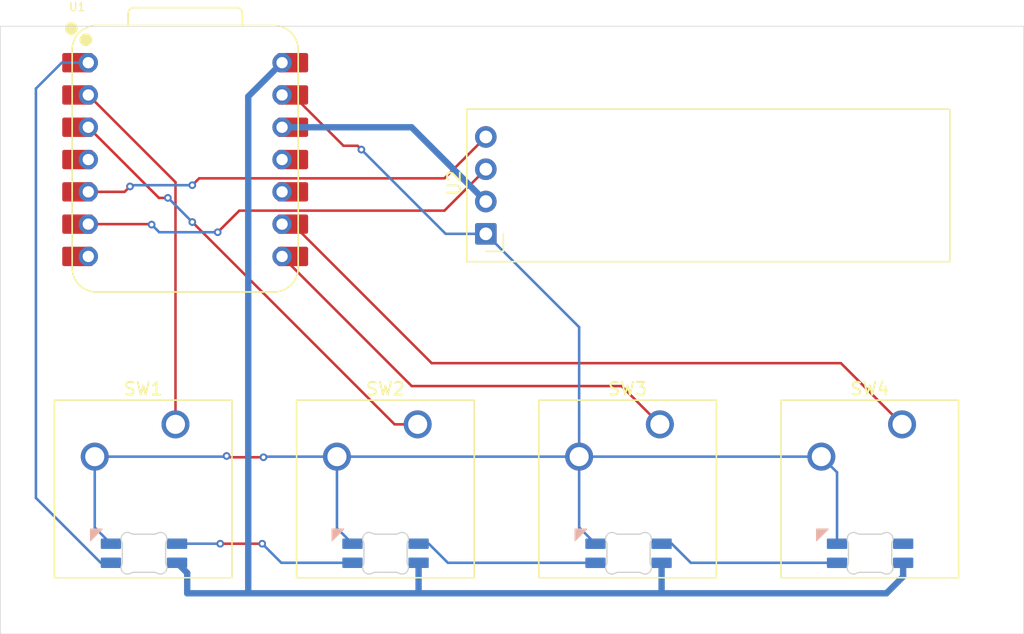
<source format=kicad_pcb>
(kicad_pcb (version 20241229) (generator "pcbnew") (generator_version "9.0")
  (layers (0 "F.Cu" signal) (2 "B.Cu" signal) (13 "F.Paste" user) (15 "B.Paste" user) (5 "F.SilkS" user "F.Silkscreen") (7 "B.SilkS" user "B.Silkscreen") (1 "F.Mask" user) (3 "B.Mask" user) (25 "Edge.Cuts" user))
  (net 0 "")
  (net 1 "Net-(D1-DIN)")
  (net 2 "+5V")
  (net 3 "GND")
  (net 4 "Net-(D1-DOUT)")
  (net 5 "Net-(D2-DOUT)")
  (net 6 "Net-(D3-DOUT)")
  (net 8 "Net-(U1-GPIO27{slash}ADC1{slash}A1)")
  (net 9 "Net-(U1-GPIO28{slash}ADC2{slash}A2)")
  (net 10 "Net-(U1-GPIO1{slash}RX)")
  (net 11 "Net-(U1-GPIO2{slash}SCK)")
  (net 12 "/SDA")
  (net 20 "/SCL")
  (net 21 "Net-(U1-3V3)")
  (footprint "Button_Switch_Keyboard:SW_Cherry_MX_1.00u_PCB" (layer "F.Cu") (at 224.028 83.312)
    (property "Reference" "SW2" (at -2.54 -2.794 0) (layer "F.SilkS"))
    (property "Value" "SW_Push")
    (fp_line (start -9.525 -1.905) (end 4.445 -1.905) (stroke (width 0.12)) (layer "F.SilkS"))
    (fp_line (start -9.525 12.065) (end -9.525 -1.905) (stroke (width 0.12)) (layer "F.SilkS"))
    (fp_line (start 4.445 -1.905) (end 4.445 12.065) (stroke (width 0.12)) (layer "F.SilkS"))
    (fp_line (start 4.445 12.065) (end -9.525 12.065) (stroke (width 0.12)) (layer "F.SilkS"))
    (pad "" np_thru_hole circle (at -7.62 5.08) (size 1.7 1.7) (drill 1.7) (layers "*.Cu" "*.Mask"))
    (pad "" np_thru_hole circle (at -2.54 5.08) (size 4 4) (drill 4) (layers "*.Cu" "*.Mask"))
    (pad "" np_thru_hole circle (at 2.54 5.08) (size 1.7 1.7) (drill 1.7) (layers "*.Cu" "*.Mask"))
    (pad "1" thru_hole circle (at 0 0) (size 2.2 2.2) (drill 1.5) (layers "*.Cu" "*.Mask") (net 9 "Net-(U1-GPIO28{slash}ADC2{slash}A2)"))
    (pad "2" thru_hole circle (at -6.35 2.54) (size 2.2 2.2) (drill 1.5) (layers "*.Cu" "*.Mask") (net 3 "GND"))
  )
  (footprint "Hackclub Footprints:MX_SK6812MINI-E_REV" (layer "F.Cu") (at 259.6125 88.3725)
    (property "Reference" "D4" (hide yes))
    (property "Value" "SK6812MINI-E")
    (fp_poly (pts (xy -4.2 4.08) (xy -3.3 3.18) (xy -4.2 3.18)) (stroke (width 0.1)) (fill yes) (layer "B.SilkS"))
    (fp_line (start -1.699999 5.782842) (end -1.699999 4.377158) (stroke (width 0.1)) (layer "Edge.Cuts"))
    (fp_line (start -0.794452 3.58) (end 0.794452 3.58) (stroke (width 0.1)) (layer "Edge.Cuts"))
    (fp_line (start 0.794452 6.579999) (end -0.794453 6.579999) (stroke (width 0.1)) (layer "Edge.Cuts"))
    (fp_line (start 1.699999 4.377158) (end 1.699999 5.782842) (stroke (width 0.1)) (layer "Edge.Cuts"))
    (fp_arc (start -1.749484 4.16028) (mid -1.712527 4.265932) (end -1.699999 4.377158) (stroke (width 0.1)) (layer "Edge.Cuts"))
    (fp_arc (start -1.749484 4.160281) (mid -1.638072 3.575965) (end -1.046711 3.511701) (stroke (width 0.1)) (layer "Edge.Cuts"))
    (fp_arc (start -1.699999 5.782843) (mid -1.712527 5.894068) (end -1.749484 5.99972) (stroke (width 0.1)) (layer "Edge.Cuts"))
    (fp_arc (start -1.046711 6.648298) (mid -1.638071 6.584034) (end -1.749484 5.99972) (stroke (width 0.1)) (layer "Edge.Cuts"))
    (fp_arc (start -1.046711 6.648298) (mid -0.925123 6.597376) (end -0.794453 6.579999) (stroke (width 0.1)) (layer "Edge.Cuts"))
    (fp_arc (start -0.794452 3.58) (mid -0.925123 3.562623) (end -1.046711 3.511701) (stroke (width 0.1)) (layer "Edge.Cuts"))
    (fp_arc (start 0.794453 6.58) (mid 0.925123 6.597377) (end 1.046711 6.648299) (stroke (width 0.1)) (layer "Edge.Cuts"))
    (fp_arc (start 1.04671 3.511701) (mid 0.925122 3.562623) (end 0.794452 3.58) (stroke (width 0.1)) (layer "Edge.Cuts"))
    (fp_arc (start 1.046711 3.511703) (mid 1.63807 3.575966) (end 1.749484 4.16028) (stroke (width 0.1)) (layer "Edge.Cuts"))
    (fp_arc (start 1.699999 4.377157) (mid 1.712527 4.265932) (end 1.749484 4.16028) (stroke (width 0.1)) (layer "Edge.Cuts"))
    (fp_arc (start 1.749484 5.99972) (mid 1.638071 6.584035) (end 1.046711 6.648299) (stroke (width 0.1)) (layer "Edge.Cuts"))
    (fp_arc (start 1.749484 5.99972) (mid 1.712527 5.894068) (end 1.699999 5.782842) (stroke (width 0.1)) (layer "Edge.Cuts"))
    (pad "1" smd roundrect (at 2.6 5.83 90) (size 0.82 1.6) (layers "B.Cu" "B.Mask" "B.Paste") (roundrect_rratio 0.1) (net 2 "+5V"))
    (pad "2" smd roundrect (at 2.6 4.33 90) (size 0.82 1.6) (layers "B.Cu" "B.Mask" "B.Paste") (roundrect_rratio 0.1))
    (pad "3" smd roundrect (at -2.6 4.33 90) (size 0.82 1.6) (layers "B.Cu" "B.Mask" "B.Paste") (roundrect_rratio 0.1) (net 3 "GND"))
    (pad "4" smd roundrect (at -2.6 5.83 90) (size 0.82 1.6) (layers "B.Cu" "B.Mask" "B.Paste") (roundrect_rratio 0.1) (net 6 "Net-(D3-DOUT)"))
  )
  (footprint "Button_Switch_Keyboard:SW_Cherry_MX_1.00u_PCB" (layer "F.Cu") (at 262.128 83.312)
    (property "Reference" "SW4" (at -2.54 -2.794 0) (layer "F.SilkS"))
    (property "Value" "SW_Push")
    (fp_line (start -9.525 -1.905) (end 4.445 -1.905) (stroke (width 0.12)) (layer "F.SilkS"))
    (fp_line (start -9.525 12.065) (end -9.525 -1.905) (stroke (width 0.12)) (layer "F.SilkS"))
    (fp_line (start 4.445 -1.905) (end 4.445 12.065) (stroke (width 0.12)) (layer "F.SilkS"))
    (fp_line (start 4.445 12.065) (end -9.525 12.065) (stroke (width 0.12)) (layer "F.SilkS"))
    (pad "" np_thru_hole circle (at -7.62 5.08) (size 1.7 1.7) (drill 1.7) (layers "*.Cu" "*.Mask"))
    (pad "" np_thru_hole circle (at -2.54 5.08) (size 4 4) (drill 4) (layers "*.Cu" "*.Mask"))
    (pad "" np_thru_hole circle (at 2.54 5.08) (size 1.7 1.7) (drill 1.7) (layers "*.Cu" "*.Mask"))
    (pad "1" thru_hole circle (at 0 0) (size 2.2 2.2) (drill 1.5) (layers "*.Cu" "*.Mask") (net 11 "Net-(U1-GPIO2{slash}SCK)"))
    (pad "2" thru_hole circle (at -6.35 2.54) (size 2.2 2.2) (drill 1.5) (layers "*.Cu" "*.Mask") (net 3 "GND"))
  )
  (footprint "Hackclub Footprints:MX_SK6812MINI-E_REV" (layer "F.Cu") (at 221.5 88.37)
    (property "Reference" "D2" (hide yes))
    (property "Value" "SK6812MINI-E")
    (fp_poly (pts (xy -4.2 4.08) (xy -3.3 3.18) (xy -4.2 3.18)) (stroke (width 0.1)) (fill yes) (layer "B.SilkS"))
    (fp_line (start -1.699999 5.782842) (end -1.699999 4.377158) (stroke (width 0.1)) (layer "Edge.Cuts"))
    (fp_line (start -0.794452 3.58) (end 0.794452 3.58) (stroke (width 0.1)) (layer "Edge.Cuts"))
    (fp_line (start 0.794452 6.579999) (end -0.794453 6.579999) (stroke (width 0.1)) (layer "Edge.Cuts"))
    (fp_line (start 1.699999 4.377158) (end 1.699999 5.782842) (stroke (width 0.1)) (layer "Edge.Cuts"))
    (fp_arc (start -1.749484 4.16028) (mid -1.712527 4.265932) (end -1.699999 4.377158) (stroke (width 0.1)) (layer "Edge.Cuts"))
    (fp_arc (start -1.749484 4.160281) (mid -1.638072 3.575965) (end -1.046711 3.511701) (stroke (width 0.1)) (layer "Edge.Cuts"))
    (fp_arc (start -1.699999 5.782843) (mid -1.712527 5.894068) (end -1.749484 5.99972) (stroke (width 0.1)) (layer "Edge.Cuts"))
    (fp_arc (start -1.046711 6.648298) (mid -1.638071 6.584034) (end -1.749484 5.99972) (stroke (width 0.1)) (layer "Edge.Cuts"))
    (fp_arc (start -1.046711 6.648298) (mid -0.925123 6.597376) (end -0.794453 6.579999) (stroke (width 0.1)) (layer "Edge.Cuts"))
    (fp_arc (start -0.794452 3.58) (mid -0.925123 3.562623) (end -1.046711 3.511701) (stroke (width 0.1)) (layer "Edge.Cuts"))
    (fp_arc (start 0.794453 6.58) (mid 0.925123 6.597377) (end 1.046711 6.648299) (stroke (width 0.1)) (layer "Edge.Cuts"))
    (fp_arc (start 1.04671 3.511701) (mid 0.925122 3.562623) (end 0.794452 3.58) (stroke (width 0.1)) (layer "Edge.Cuts"))
    (fp_arc (start 1.046711 3.511703) (mid 1.63807 3.575966) (end 1.749484 4.16028) (stroke (width 0.1)) (layer "Edge.Cuts"))
    (fp_arc (start 1.699999 4.377157) (mid 1.712527 4.265932) (end 1.749484 4.16028) (stroke (width 0.1)) (layer "Edge.Cuts"))
    (fp_arc (start 1.749484 5.99972) (mid 1.638071 6.584035) (end 1.046711 6.648299) (stroke (width 0.1)) (layer "Edge.Cuts"))
    (fp_arc (start 1.749484 5.99972) (mid 1.712527 5.894068) (end 1.699999 5.782842) (stroke (width 0.1)) (layer "Edge.Cuts"))
    (pad "1" smd roundrect (at 2.6 5.83 90) (size 0.82 1.6) (layers "B.Cu" "B.Mask" "B.Paste") (roundrect_rratio 0.1) (net 2 "+5V"))
    (pad "2" smd roundrect (at 2.6 4.33 90) (size 0.82 1.6) (layers "B.Cu" "B.Mask" "B.Paste") (roundrect_rratio 0.1) (net 5 "Net-(D2-DOUT)"))
    (pad "3" smd roundrect (at -2.6 4.33 90) (size 0.82 1.6) (layers "B.Cu" "B.Mask" "B.Paste") (roundrect_rratio 0.1) (net 3 "GND"))
    (pad "4" smd roundrect (at -2.6 5.83 90) (size 0.82 1.6) (layers "B.Cu" "B.Mask" "B.Paste") (roundrect_rratio 0.1) (net 4 "Net-(D1-DOUT)"))
  )
  (footprint "Button_Switch_Keyboard:SW_Cherry_MX_1.00u_PCB" (layer "F.Cu") (at 243.078 83.312)
    (property "Reference" "SW3" (at -2.54 -2.794 0) (layer "F.SilkS"))
    (property "Value" "SW_Push")
    (fp_line (start -9.525 -1.905) (end 4.445 -1.905) (stroke (width 0.12)) (layer "F.SilkS"))
    (fp_line (start -9.525 12.065) (end -9.525 -1.905) (stroke (width 0.12)) (layer "F.SilkS"))
    (fp_line (start 4.445 -1.905) (end 4.445 12.065) (stroke (width 0.12)) (layer "F.SilkS"))
    (fp_line (start 4.445 12.065) (end -9.525 12.065) (stroke (width 0.12)) (layer "F.SilkS"))
    (pad "" np_thru_hole circle (at -7.62 5.08) (size 1.7 1.7) (drill 1.7) (layers "*.Cu" "*.Mask"))
    (pad "" np_thru_hole circle (at -2.54 5.08) (size 4 4) (drill 4) (layers "*.Cu" "*.Mask"))
    (pad "" np_thru_hole circle (at 2.54 5.08) (size 1.7 1.7) (drill 1.7) (layers "*.Cu" "*.Mask"))
    (pad "1" thru_hole circle (at 0 0) (size 2.2 2.2) (drill 1.5) (layers "*.Cu" "*.Mask") (net 10 "Net-(U1-GPIO1{slash}RX)"))
    (pad "2" thru_hole circle (at -6.35 2.54) (size 2.2 2.2) (drill 1.5) (layers "*.Cu" "*.Mask") (net 3 "GND"))
  )
  (footprint "Hackclub Footprints:XIAO-RP2040-DIP" (layer "F.Cu") (at 205.74 62.484)
    (property "Reference" "U1" (at -8.5 -12 0) (layer "F.SilkS") (effects (font (size 0.635 0.635) (thickness 0.1016))))
    (property "Value" "XIAO-RP2040-DIP")
    (fp_line (start -8.89 8.509) (end -8.89 -8.636) (stroke (width 0.127)) (layer "F.SilkS"))
    (fp_line (start -6.985 10.414) (end 6.985 10.414) (stroke (width 0.127)) (layer "F.SilkS"))
    (fp_line (start -4.495 -10.541) (end -4.491272 -11.451272) (stroke (width 0.127)) (layer "F.SilkS"))
    (fp_line (start -3.991272 -11.951) (end 4.004 -11.951) (stroke (width 0.127)) (layer "F.SilkS"))
    (fp_line (start 4.504 -11.451) (end 4.504 -10.541) (stroke (width 0.127)) (layer "F.SilkS"))
    (fp_line (start 6.985 -10.541) (end -6.985 -10.541) (stroke (width 0.1)) (layer "F.SilkS"))
    (fp_line (start 6.985 -10.541) (end -6.985 -10.541) (stroke (width 0.127)) (layer "F.SilkS"))
    (fp_line (start 8.89 8.509) (end 8.89 -8.636) (stroke (width 0.127)) (layer "F.SilkS"))
    (fp_arc (start -8.89 -8.636) (mid -8.332038 -9.983038) (end -6.985 -10.541) (stroke (width 0.127)) (layer "F.SilkS"))
    (fp_arc (start -6.985 10.414) (mid -8.332038 9.856038) (end -8.89 8.509) (stroke (width 0.127)) (layer "F.SilkS"))
    (fp_arc (start -4.491272 -11.451272) (mid -4.344728 -11.80464) (end -3.991272 -11.951) (stroke (width 0.127)) (layer "F.SilkS"))
    (fp_arc (start 4.004 -11.951) (mid 4.357553 -11.804553) (end 4.504 -11.451) (stroke (width 0.127)) (layer "F.SilkS"))
    (fp_arc (start 6.985 -10.541) (mid 8.332038 -9.983038) (end 8.89 -8.636) (stroke (width 0.127)) (layer "F.SilkS"))
    (fp_arc (start 8.89 8.509) (mid 8.332038 9.856038) (end 6.985 10.414) (stroke (width 0.127)) (layer "F.SilkS"))
    (fp_circle (center -8.95 -10.3) (end -8.95 -10.554) (stroke (width 0.5)) (fill yes) (layer "F.SilkS"))
    (fp_circle (center -7.807 -9.42) (end -7.807 -9.674) (stroke (width 0.5)) (fill yes) (layer "F.SilkS"))
    (pad "1" smd roundrect (at -8.455 -7.62 180) (size 2.432 1.524) (layers "F.Cu" "F.Mask") (roundrect_rratio 0.1) (net 1 "Net-(D1-DIN)"))
    (pad "1" thru_hole circle (at -7.62 -7.62 180) (size 1.524 1.524) (drill 0.889) (layers "*.Cu" "*.Mask") (net 1 "Net-(D1-DIN)"))
    (pad "2" smd roundrect (at -8.455 -5.08 180) (size 2.432 1.524) (layers "F.Cu" "F.Mask") (roundrect_rratio 0.1) (net 8 "Net-(U1-GPIO27{slash}ADC1{slash}A1)"))
    (pad "2" thru_hole circle (at -7.62 -5.08 180) (size 1.524 1.524) (drill 0.889) (layers "*.Cu" "*.Mask") (net 8 "Net-(U1-GPIO27{slash}ADC1{slash}A1)"))
    (pad "3" smd roundrect (at -8.455 -2.54 180) (size 2.432 1.524) (layers "F.Cu" "F.Mask") (roundrect_rratio 0.1) (net 9 "Net-(U1-GPIO28{slash}ADC2{slash}A2)"))
    (pad "3" thru_hole circle (at -7.62 -2.54 180) (size 1.524 1.524) (drill 0.889) (layers "*.Cu" "*.Mask") (net 9 "Net-(U1-GPIO28{slash}ADC2{slash}A2)"))
    (pad "4" smd roundrect (at -8.455 0 180) (size 2.432 1.524) (layers "F.Cu" "F.Mask") (roundrect_rratio 0.1))
    (pad "4" thru_hole circle (at -7.62 0 180) (size 1.524 1.524) (drill 0.889) (layers "*.Cu" "*.Mask"))
    (pad "5" smd roundrect (at -8.455 2.54 180) (size 2.432 1.524) (layers "F.Cu" "F.Mask") (roundrect_rratio 0.1) (net 12 "/SDA"))
    (pad "5" thru_hole circle (at -7.62 2.54 180) (size 1.524 1.524) (drill 0.889) (layers "*.Cu" "*.Mask") (net 12 "/SDA"))
    (pad "6" smd roundrect (at -8.455 5.08 180) (size 2.432 1.524) (layers "F.Cu" "F.Mask") (roundrect_rratio 0.1) (net 20 "/SCL"))
    (pad "6" thru_hole circle (at -7.62 5.08 180) (size 1.524 1.524) (drill 0.889) (layers "*.Cu" "*.Mask") (net 20 "/SCL"))
    (pad "7" smd roundrect (at -8.455 7.62 180) (size 2.432 1.524) (layers "F.Cu" "F.Mask") (roundrect_rratio 0.1))
    (pad "7" thru_hole circle (at -7.62 7.62 180) (size 1.524 1.524) (drill 0.889) (layers "*.Cu" "*.Mask"))
    (pad "8" thru_hole circle (at 7.62 7.62) (size 1.524 1.524) (drill 0.889) (layers "*.Cu" "*.Mask") (net 10 "Net-(U1-GPIO1{slash}RX)"))
    (pad "8" smd roundrect (at 8.455 7.62) (size 2.432 1.524) (layers "F.Cu" "F.Mask") (roundrect_rratio 0.1) (net 10 "Net-(U1-GPIO1{slash}RX)"))
    (pad "9" thru_hole circle (at 7.62 5.08) (size 1.524 1.524) (drill 0.889) (layers "*.Cu" "*.Mask") (net 11 "Net-(U1-GPIO2{slash}SCK)"))
    (pad "9" smd roundrect (at 8.455 5.08) (size 2.432 1.524) (layers "F.Cu" "F.Mask") (roundrect_rratio 0.1) (net 11 "Net-(U1-GPIO2{slash}SCK)"))
    (pad "10" thru_hole circle (at 7.62 2.54) (size 1.524 1.524) (drill 0.889) (layers "*.Cu" "*.Mask"))
    (pad "10" smd roundrect (at 8.455 2.54) (size 2.432 1.524) (layers "F.Cu" "F.Mask") (roundrect_rratio 0.1))
    (pad "11" thru_hole circle (at 7.62 0) (size 1.524 1.524) (drill 0.889) (layers "*.Cu" "*.Mask"))
    (pad "11" smd roundrect (at 8.455 0) (size 2.432 1.524) (layers "F.Cu" "F.Mask") (roundrect_rratio 0.1))
    (pad "12" thru_hole circle (at 7.62 -2.54) (size 1.524 1.524) (drill 0.889) (layers "*.Cu" "*.Mask") (net 21 "Net-(U1-3V3)"))
    (pad "12" smd roundrect (at 8.455 -2.54) (size 2.432 1.524) (layers "F.Cu" "F.Mask") (roundrect_rratio 0.1) (net 21 "Net-(U1-3V3)"))
    (pad "13" thru_hole circle (at 7.62 -5.08) (size 1.524 1.524) (drill 0.889) (layers "*.Cu" "*.Mask") (net 3 "GND"))
    (pad "13" smd roundrect (at 8.455 -5.08) (size 2.432 1.524) (layers "F.Cu" "F.Mask") (roundrect_rratio 0.1) (net 3 "GND"))
    (pad "14" thru_hole circle (at 7.62 -7.62) (size 1.524 1.524) (drill 0.889) (layers "*.Cu" "*.Mask") (net 2 "+5V"))
    (pad "14" smd roundrect (at 8.455 -7.62) (size 2.432 1.524) (layers "F.Cu" "F.Mask") (roundrect_rratio 0.1) (net 2 "+5V"))
  )
  (footprint "Hackclub Footprints:MX_SK6812MINI-E_REV" (layer "F.Cu") (at 202.5 88.37)
    (property "Reference" "D1" (hide yes))
    (property "Value" "SK6812MINI-E")
    (fp_poly (pts (xy -4.2 4.08) (xy -3.3 3.18) (xy -4.2 3.18)) (stroke (width 0.1)) (fill yes) (layer "B.SilkS"))
    (fp_line (start -1.699999 5.782842) (end -1.699999 4.377158) (stroke (width 0.1)) (layer "Edge.Cuts"))
    (fp_line (start -0.794452 3.58) (end 0.794452 3.58) (stroke (width 0.1)) (layer "Edge.Cuts"))
    (fp_line (start 0.794452 6.579999) (end -0.794453 6.579999) (stroke (width 0.1)) (layer "Edge.Cuts"))
    (fp_line (start 1.699999 4.377158) (end 1.699999 5.782842) (stroke (width 0.1)) (layer "Edge.Cuts"))
    (fp_arc (start -1.749484 4.16028) (mid -1.712527 4.265932) (end -1.699999 4.377158) (stroke (width 0.1)) (layer "Edge.Cuts"))
    (fp_arc (start -1.749484 4.160281) (mid -1.638072 3.575965) (end -1.046711 3.511701) (stroke (width 0.1)) (layer "Edge.Cuts"))
    (fp_arc (start -1.699999 5.782843) (mid -1.712527 5.894068) (end -1.749484 5.99972) (stroke (width 0.1)) (layer "Edge.Cuts"))
    (fp_arc (start -1.046711 6.648298) (mid -1.638071 6.584034) (end -1.749484 5.99972) (stroke (width 0.1)) (layer "Edge.Cuts"))
    (fp_arc (start -1.046711 6.648298) (mid -0.925123 6.597376) (end -0.794453 6.579999) (stroke (width 0.1)) (layer "Edge.Cuts"))
    (fp_arc (start -0.794452 3.58) (mid -0.925123 3.562623) (end -1.046711 3.511701) (stroke (width 0.1)) (layer "Edge.Cuts"))
    (fp_arc (start 0.794453 6.58) (mid 0.925123 6.597377) (end 1.046711 6.648299) (stroke (width 0.1)) (layer "Edge.Cuts"))
    (fp_arc (start 1.04671 3.511701) (mid 0.925122 3.562623) (end 0.794452 3.58) (stroke (width 0.1)) (layer "Edge.Cuts"))
    (fp_arc (start 1.046711 3.511703) (mid 1.63807 3.575966) (end 1.749484 4.16028) (stroke (width 0.1)) (layer "Edge.Cuts"))
    (fp_arc (start 1.699999 4.377157) (mid 1.712527 4.265932) (end 1.749484 4.16028) (stroke (width 0.1)) (layer "Edge.Cuts"))
    (fp_arc (start 1.749484 5.99972) (mid 1.638071 6.584035) (end 1.046711 6.648299) (stroke (width 0.1)) (layer "Edge.Cuts"))
    (fp_arc (start 1.749484 5.99972) (mid 1.712527 5.894068) (end 1.699999 5.782842) (stroke (width 0.1)) (layer "Edge.Cuts"))
    (pad "1" smd roundrect (at 2.6 5.83 90) (size 0.82 1.6) (layers "B.Cu" "B.Mask" "B.Paste") (roundrect_rratio 0.1) (net 2 "+5V"))
    (pad "2" smd roundrect (at 2.6 4.33 90) (size 0.82 1.6) (layers "B.Cu" "B.Mask" "B.Paste") (roundrect_rratio 0.1) (net 4 "Net-(D1-DOUT)"))
    (pad "3" smd roundrect (at -2.6 4.33 90) (size 0.82 1.6) (layers "B.Cu" "B.Mask" "B.Paste") (roundrect_rratio 0.1) (net 3 "GND"))
    (pad "4" smd roundrect (at -2.6 5.83 90) (size 0.82 1.6) (layers "B.Cu" "B.Mask" "B.Paste") (roundrect_rratio 0.1) (net 1 "Net-(D1-DIN)"))
  )
  (footprint "Hackclub Footprints:OLED_0.91_128x32" (layer "F.Cu") (at 229.388 68.326 90)
    (property "Reference" "U2" (at 4 -2.5 90) (layer "F.SilkS"))
    (property "Value" "OLED_0.91_128x32")
    (fp_line (start -1.38 0) (end -1.38 1.38) (stroke (width 0.12)) (layer "F.SilkS"))
    (fp_line (start 0 1.38) (end -1.38 1.38) (stroke (width 0.12)) (layer "F.SilkS"))
    (fp_rect (start -2.19 -1.5) (end 9.81 36.5) (stroke (width 0.12)) (fill no) (layer "F.SilkS"))
    (pad "1" thru_hole roundrect (at 0 0 90) (size 1.7 1.7) (drill 1) (layers "*.Cu" "*.Mask") (roundrect_rratio 0.1) (net 3 "GND"))
    (pad "2" thru_hole circle (at 2.54 0 90) (size 1.7 1.7) (drill 1) (layers "*.Cu" "*.Mask") (net 21 "Net-(U1-3V3)"))
    (pad "3" thru_hole circle (at 5.08 0 90) (size 1.7 1.7) (drill 1) (layers "*.Cu" "*.Mask") (net 20 "/SCL"))
    (pad "4" thru_hole circle (at 7.62 0 90) (size 1.7 1.7) (drill 1) (layers "*.Cu" "*.Mask") (net 12 "/SDA"))
  )
  (footprint "Button_Switch_Keyboard:SW_Cherry_MX_1.00u_PCB" (layer "F.Cu") (at 204.978 83.312)
    (property "Reference" "SW1" (at -2.54 -2.794 0) (layer "F.SilkS"))
    (property "Value" "SW_Push")
    (fp_line (start -9.525 -1.905) (end 4.445 -1.905) (stroke (width 0.12)) (layer "F.SilkS"))
    (fp_line (start -9.525 12.065) (end -9.525 -1.905) (stroke (width 0.12)) (layer "F.SilkS"))
    (fp_line (start 4.445 -1.905) (end 4.445 12.065) (stroke (width 0.12)) (layer "F.SilkS"))
    (fp_line (start 4.445 12.065) (end -9.525 12.065) (stroke (width 0.12)) (layer "F.SilkS"))
    (pad "" np_thru_hole circle (at -7.62 5.08) (size 1.7 1.7) (drill 1.7) (layers "*.Cu" "*.Mask"))
    (pad "" np_thru_hole circle (at -2.54 5.08) (size 4 4) (drill 4) (layers "*.Cu" "*.Mask"))
    (pad "" np_thru_hole circle (at 2.54 5.08) (size 1.7 1.7) (drill 1.7) (layers "*.Cu" "*.Mask"))
    (pad "1" thru_hole circle (at 0 0) (size 2.2 2.2) (drill 1.5) (layers "*.Cu" "*.Mask") (net 8 "Net-(U1-GPIO27{slash}ADC1{slash}A1)"))
    (pad "2" thru_hole circle (at -6.35 2.54) (size 2.2 2.2) (drill 1.5) (layers "*.Cu" "*.Mask") (net 3 "GND"))
  )
  (footprint "Hackclub Footprints:MX_SK6812MINI-E_REV" (layer "F.Cu") (at 240.6125 88.3725)
    (property "Reference" "D3" (hide yes))
    (property "Value" "SK6812MINI-E")
    (fp_poly (pts (xy -4.2 4.08) (xy -3.3 3.18) (xy -4.2 3.18)) (stroke (width 0.1)) (fill yes) (layer "B.SilkS"))
    (fp_line (start -1.699999 5.782842) (end -1.699999 4.377158) (stroke (width 0.1)) (layer "Edge.Cuts"))
    (fp_line (start -0.794452 3.58) (end 0.794452 3.58) (stroke (width 0.1)) (layer "Edge.Cuts"))
    (fp_line (start 0.794452 6.579999) (end -0.794453 6.579999) (stroke (width 0.1)) (layer "Edge.Cuts"))
    (fp_line (start 1.699999 4.377158) (end 1.699999 5.782842) (stroke (width 0.1)) (layer "Edge.Cuts"))
    (fp_arc (start -1.749484 4.16028) (mid -1.712527 4.265932) (end -1.699999 4.377158) (stroke (width 0.1)) (layer "Edge.Cuts"))
    (fp_arc (start -1.749484 4.160281) (mid -1.638072 3.575965) (end -1.046711 3.511701) (stroke (width 0.1)) (layer "Edge.Cuts"))
    (fp_arc (start -1.699999 5.782843) (mid -1.712527 5.894068) (end -1.749484 5.99972) (stroke (width 0.1)) (layer "Edge.Cuts"))
    (fp_arc (start -1.046711 6.648298) (mid -1.638071 6.584034) (end -1.749484 5.99972) (stroke (width 0.1)) (layer "Edge.Cuts"))
    (fp_arc (start -1.046711 6.648298) (mid -0.925123 6.597376) (end -0.794453 6.579999) (stroke (width 0.1)) (layer "Edge.Cuts"))
    (fp_arc (start -0.794452 3.58) (mid -0.925123 3.562623) (end -1.046711 3.511701) (stroke (width 0.1)) (layer "Edge.Cuts"))
    (fp_arc (start 0.794453 6.58) (mid 0.925123 6.597377) (end 1.046711 6.648299) (stroke (width 0.1)) (layer "Edge.Cuts"))
    (fp_arc (start 1.04671 3.511701) (mid 0.925122 3.562623) (end 0.794452 3.58) (stroke (width 0.1)) (layer "Edge.Cuts"))
    (fp_arc (start 1.046711 3.511703) (mid 1.63807 3.575966) (end 1.749484 4.16028) (stroke (width 0.1)) (layer "Edge.Cuts"))
    (fp_arc (start 1.699999 4.377157) (mid 1.712527 4.265932) (end 1.749484 4.16028) (stroke (width 0.1)) (layer "Edge.Cuts"))
    (fp_arc (start 1.749484 5.99972) (mid 1.638071 6.584035) (end 1.046711 6.648299) (stroke (width 0.1)) (layer "Edge.Cuts"))
    (fp_arc (start 1.749484 5.99972) (mid 1.712527 5.894068) (end 1.699999 5.782842) (stroke (width 0.1)) (layer "Edge.Cuts"))
    (pad "1" smd roundrect (at 2.6 5.83 90) (size 0.82 1.6) (layers "B.Cu" "B.Mask" "B.Paste") (roundrect_rratio 0.1) (net 2 "+5V"))
    (pad "2" smd roundrect (at 2.6 4.33 90) (size 0.82 1.6) (layers "B.Cu" "B.Mask" "B.Paste") (roundrect_rratio 0.1) (net 6 "Net-(D3-DOUT)"))
    (pad "3" smd roundrect (at -2.6 4.33 90) (size 0.82 1.6) (layers "B.Cu" "B.Mask" "B.Paste") (roundrect_rratio 0.1) (net 3 "GND"))
    (pad "4" smd roundrect (at -2.6 5.83 90) (size 0.82 1.6) (layers "B.Cu" "B.Mask" "B.Paste") (roundrect_rratio 0.1) (net 5 "Net-(D2-DOUT)"))
  )
  (gr_rect (start 191.2 52) (end 271.7 99.8) (stroke (width 0.05)) (fill no) (layer "Edge.Cuts"))
  (segment (start 194 89.1) (end 194 56.9) (width 0.2) (layer "B.Cu") (net 1))
  (segment (start 194 56.9) (end 196.036 54.864) (width 0.2) (layer "B.Cu") (net 1))
  (segment (start 199.9 94.2) (end 199.1 94.2) (width 0.2) (layer "B.Cu") (net 1))
  (segment (start 199.1 94.2) (end 194 89.1) (width 0.2) (layer "B.Cu") (net 1))
  (segment (start 196.036 54.864) (end 198.12 54.864) (width 0.2) (layer "B.Cu") (net 1))
  (segment (start 243.1 96.6) (end 224.2 96.6) (width 0.5) (layer "B.Cu") (net 2))
  (segment (start 205.9 96.6) (end 205.9 95) (width 0.5) (layer "B.Cu") (net 2))
  (segment (start 205.9 95) (end 205.1 94.2) (width 0.5) (layer "B.Cu") (net 2))
  (segment (start 243.2125 94.2025) (end 243.2125 96.4875) (width 0.5) (layer "B.Cu") (net 2))
  (segment (start 262.2125 95.2875) (end 260.9 96.6) (width 0.5) (layer "B.Cu") (net 2))
  (segment (start 262.2125 94.2025) (end 262.2125 95.2875) (width 0.5) (layer "B.Cu") (net 2))
  (segment (start 210.7 96.6) (end 205.9 96.6) (width 0.5) (layer "B.Cu") (net 2))
  (segment (start 224.1 94.2) (end 224.1 96.5) (width 0.5) (layer "B.Cu") (net 2))
  (segment (start 260.9 96.6) (end 243.1 96.6) (width 0.5) (layer "B.Cu") (net 2))
  (segment (start 224.2 96.6) (end 210.7 96.6) (width 0.5) (layer "B.Cu") (net 2))
  (segment (start 213.36 54.864) (end 210.7 57.524) (width 0.5) (layer "B.Cu") (net 2))
  (segment (start 243.2125 96.4875) (end 243.1 96.6) (width 0.5) (layer "B.Cu") (net 2))
  (segment (start 210.7 57.524) (end 210.7 96.6) (width 0.5) (layer "B.Cu") (net 2))
  (segment (start 224.1 96.5) (end 224.2 96.6) (width 0.5) (layer "B.Cu") (net 2))
  (segment (start 209.1 85.9) (end 209 85.8) (width 0.2) (layer "F.Cu") (net 3))
  (segment (start 219.3 61.4) (end 218.191 61.4) (width 0.2) (layer "F.Cu") (net 3))
  (segment (start 218.191 61.4) (end 214.195 57.404) (width 0.2) (layer "F.Cu") (net 3))
  (segment (start 219.6 61.7) (end 219.3 61.4) (width 0.2) (layer "F.Cu") (net 3))
  (segment (start 211.9 85.9) (end 209.1 85.9) (width 0.2) (layer "F.Cu") (net 3))
  (via (at 219.6 61.7) (size 0.6) (drill 0.3) (layers "F.Cu" "B.Cu") (net 3))
  (via (at 211.9 85.9) (size 0.6) (drill 0.3) (layers "F.Cu" "B.Cu") (net 3))
  (via (at 209 85.8) (size 0.6) (drill 0.3) (layers "F.Cu" "B.Cu") (net 3))
  (segment (start 236.728 75.666) (end 229.388 68.326) (width 0.2) (layer "B.Cu") (net 3))
  (segment (start 255.778 85.852) (end 236.728 85.852) (width 0.2) (layer "B.Cu") (net 3))
  (segment (start 255.778 85.852) (end 257.0125 87.0865) (width 0.2) (layer "B.Cu") (net 3))
  (segment (start 217.678 91.478) (end 218.9 92.7) (width 0.2) (layer "B.Cu") (net 3))
  (segment (start 238.0125 92.7025) (end 236.728 91.418) (width 0.2) (layer "B.Cu") (net 3))
  (segment (start 226.226 68.326) (end 219.6 61.7) (width 0.2) (layer "B.Cu") (net 3))
  (segment (start 236.728 91.418) (end 236.728 85.852) (width 0.2) (layer "B.Cu") (net 3))
  (segment (start 208.948 85.852) (end 198.628 85.852) (width 0.2) (layer "B.Cu") (net 3))
  (segment (start 236.728 85.852) (end 236.728 75.666) (width 0.2) (layer "B.Cu") (net 3))
  (segment (start 198.628 91.428) (end 199.9 92.7) (width 0.2) (layer "B.Cu") (net 3))
  (segment (start 257.0125 87.0865) (end 257.0125 92.7025) (width 0.2) (layer "B.Cu") (net 3))
  (segment (start 211.948 85.852) (end 211.9 85.9) (width 0.2) (layer "B.Cu") (net 3))
  (segment (start 217.678 85.852) (end 217.678 91.478) (width 0.2) (layer "B.Cu") (net 3))
  (segment (start 217.678 85.852) (end 236.728 85.852) (width 0.2) (layer "B.Cu") (net 3))
  (segment (start 209 85.8) (end 208.948 85.852) (width 0.2) (layer "B.Cu") (net 3))
  (segment (start 217.678 85.852) (end 211.948 85.852) (width 0.2) (layer "B.Cu") (net 3))
  (segment (start 198.628 85.852) (end 198.628 91.428) (width 0.2) (layer "B.Cu") (net 3))
  (segment (start 229.388 68.326) (end 226.226 68.326) (width 0.2) (layer "B.Cu") (net 3))
  (segment (start 208.5 92.7) (end 211.8 92.7) (width 0.2) (layer "F.Cu") (net 4))
  (via (at 211.8 92.7) (size 0.6) (drill 0.3) (layers "F.Cu" "B.Cu") (net 4))
  (via (at 208.5 92.7) (size 0.6) (drill 0.3) (layers "F.Cu" "B.Cu") (net 4))
  (segment (start 205.1 92.7) (end 208.5 92.7) (width 0.2) (layer "B.Cu") (net 4))
  (segment (start 213.3 94.2) (end 218.9 94.2) (width 0.2) (layer "B.Cu") (net 4))
  (segment (start 211.8 92.7) (end 213.3 94.2) (width 0.2) (layer "B.Cu") (net 4))
  (segment (start 224.1 92.7) (end 224.9 92.7) (width 0.2) (layer "B.Cu") (net 5))
  (segment (start 226.4025 94.2025) (end 238.0125 94.2025) (width 0.2) (layer "B.Cu") (net 5))
  (segment (start 224.9 92.7) (end 226.4025 94.2025) (width 0.2) (layer "B.Cu") (net 5))
  (segment (start 244.0125 92.7025) (end 245.5125 94.2025) (width 0.2) (layer "B.Cu") (net 6))
  (segment (start 243.2125 92.7025) (end 244.0125 92.7025) (width 0.2) (layer "B.Cu") (net 6))
  (segment (start 245.5125 94.2025) (end 257.0125 94.2025) (width 0.2) (layer "B.Cu") (net 6))
  (segment (start 204.978 64.262) (end 204.978 83.312) (width 0.2) (layer "F.Cu") (net 8))
  (segment (start 198.12 57.404) (end 204.978 64.262) (width 0.2) (layer "F.Cu") (net 8))
  (segment (start 224.028 83.312) (end 222.212 83.312) (width 0.2) (layer "F.Cu") (net 9))
  (segment (start 204.378 65.5) (end 203.676 65.5) (width 0.2) (layer "F.Cu") (net 9))
  (segment (start 203.676 65.5) (end 198.12 59.944) (width 0.2) (layer "F.Cu") (net 9))
  (segment (start 222.212 83.312) (end 206.3 67.4) (width 0.2) (layer "F.Cu") (net 9))
  (via (at 206.3 67.4) (size 0.6) (drill 0.3) (layers "F.Cu" "B.Cu") (net 9))
  (via (at 204.378 65.5) (size 0.6) (drill 0.3) (layers "F.Cu" "B.Cu") (net 9))
  (segment (start 204.4 65.5) (end 204.378 65.5) (width 0.2) (layer "B.Cu") (net 9))
  (segment (start 206.3 67.4) (end 204.4 65.5) (width 0.2) (layer "B.Cu") (net 9))
  (segment (start 223.556 80.3) (end 213.36 70.104) (width 0.2) (layer "F.Cu") (net 10))
  (segment (start 240.066 80.3) (end 223.556 80.3) (width 0.2) (layer "F.Cu") (net 10))
  (segment (start 243.078 83.312) (end 240.066 80.3) (width 0.2) (layer "F.Cu") (net 10))
  (segment (start 257.316 78.5) (end 225.131 78.5) (width 0.2) (layer "F.Cu") (net 11))
  (segment (start 262.128 83.312) (end 257.316 78.5) (width 0.2) (layer "F.Cu") (net 11))
  (segment (start 225.131 78.5) (end 214.195 67.564) (width 0.2) (layer "F.Cu") (net 11))
  (segment (start 229.388 60.706) (end 226.133 63.961) (width 0.2) (layer "F.Cu") (net 12))
  (segment (start 201.4 64.6) (end 200.976 65.024) (width 0.2) (layer "F.Cu") (net 12))
  (segment (start 200.976 65.024) (end 197.285 65.024) (width 0.2) (layer "F.Cu") (net 12))
  (segment (start 206.839 63.961) (end 206.3 64.5) (width 0.2) (layer "F.Cu") (net 12))
  (segment (start 226.133 63.961) (end 206.839 63.961) (width 0.2) (layer "F.Cu") (net 12))
  (via (at 201.4 64.6) (size 0.6) (drill 0.3) (layers "F.Cu" "B.Cu") (net 12))
  (via (at 206.3 64.5) (size 0.6) (drill 0.3) (layers "F.Cu" "B.Cu") (net 12))
  (segment (start 206.3 64.5) (end 201.5 64.5) (width 0.2) (layer "B.Cu") (net 12))
  (segment (start 201.5 64.5) (end 201.4 64.6) (width 0.2) (layer "B.Cu") (net 12))
  (segment (start 209.999 66.501) (end 226.133 66.501) (width 0.2) (layer "F.Cu") (net 20))
  (segment (start 208.3 68.2) (end 209.999 66.501) (width 0.2) (layer "F.Cu") (net 20))
  (segment (start 203.064 67.564) (end 203.1 67.6) (width 0.2) (layer "F.Cu") (net 20))
  (segment (start 198.12 67.564) (end 203.064 67.564) (width 0.2) (layer "F.Cu") (net 20))
  (segment (start 226.133 66.501) (end 229.388 63.246) (width 0.2) (layer "F.Cu") (net 20))
  (via (at 208.3 68.2) (size 0.6) (drill 0.3) (layers "F.Cu" "B.Cu") (net 20))
  (via (at 203.1 67.6) (size 0.6) (drill 0.3) (layers "F.Cu" "B.Cu") (net 20))
  (segment (start 203.1 67.6) (end 203.7 68.2) (width 0.2) (layer "B.Cu") (net 20))
  (segment (start 203.7 68.2) (end 208.3 68.2) (width 0.2) (layer "B.Cu") (net 20))
  (segment (start 229.388 65.786) (end 223.546 59.944) (width 0.5) (layer "B.Cu") (net 21))
  (segment (start 223.546 59.944) (end 213.36 59.944) (width 0.5) (layer "B.Cu") (net 21))
)
</source>
